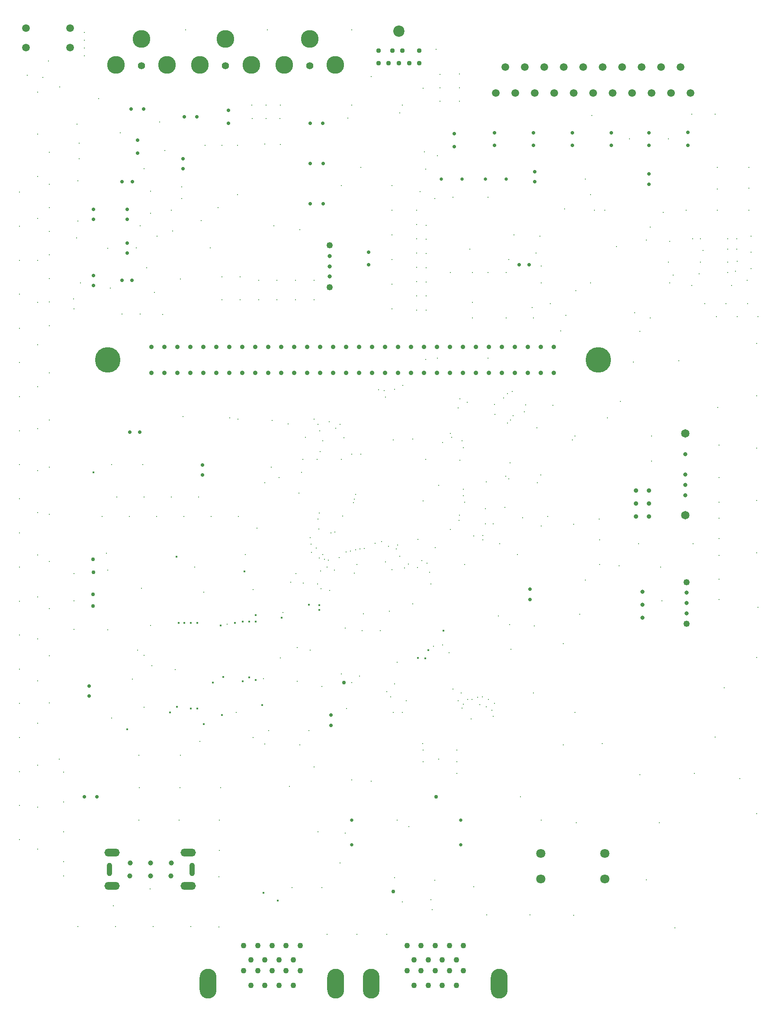
<source format=gbr>
%FSTAX44Y44*%
%MOMM*%
%SFA1B1*%

%IPPOS*%
%ADD142C,4.999990*%
%ADD143C,0.899998*%
%ADD144O,3.301993X5.841988*%
%ADD145C,1.089998*%
%ADD146O,3.259993X5.841988*%
%ADD147C,1.499997*%
%ADD148C,0.899998*%
%ADD149C,3.478493*%
%ADD150C,1.399997*%
%ADD151C,0.999998*%
%ADD152O,0.999998X2.616195*%
%ADD153C,0.949998*%
%ADD154C,2.199996*%
%ADD155C,1.799996*%
%ADD156C,1.649997*%
%ADD157C,0.799998*%
%ADD158C,1.249998*%
%ADD159C,0.699999*%
%ADD160C,0.629999*%
%ADD161C,0.699999*%
%ADD162C,0.634999*%
%ADD163C,0.819998*%
%ADD164O,2.999994X1.499997*%
%ADD165O,2.999994X1.499997*%
%ADD166O,2.999994X1.499997*%
%ADD167O,2.999994X1.499997*%
%ADD168C,0.304799*%
%ADD169C,0.299999*%
%ADD170C,0.399999*%
%ADD171C,0.761998*%
%LNsega_801_remake_pth_drill-1*%
%LPD*%
G54D142*
X00409439Y01274373D03*
X01369739D03*
G54D143*
X0144272Y0101854D03*
X0146812D03*
X0144272Y0099314D03*
X0146812D03*
X0144272Y0096774D03*
X0146812D03*
G54D144*
X01175239Y0005334D03*
X00605779D03*
X00855679D03*
G54D145*
X00994889Y00078719D03*
X01008739Y00050319D03*
X01022589Y00078719D03*
X01036439Y00050319D03*
X0105029Y00078719D03*
X01064139Y00050319D03*
X01077989Y00078719D03*
X01091839Y00050319D03*
X01105689Y00078719D03*
Y00128249D03*
X01091839Y00099849D03*
X01077989Y00128249D03*
X01064139Y00099849D03*
X0105029Y00128249D03*
X01036439Y00099849D03*
X01022589Y00128249D03*
X01008739Y00099849D03*
X00994889Y00128249D03*
X00675329D03*
X00689179Y00099849D03*
X00703029Y00128249D03*
X00716879Y00099849D03*
X00730729Y00128249D03*
X00744579Y00099849D03*
X00758429Y00128249D03*
X00772279Y00099849D03*
X0078613Y00128249D03*
X00675329Y00078719D03*
X00689179Y00050319D03*
X00703029Y00078719D03*
X00716879Y00050319D03*
X00730729Y00078719D03*
X00744579Y00050319D03*
X00758429Y00078719D03*
X00772279Y00050319D03*
X0078613Y00078719D03*
G54D146*
X00925339Y0005334D03*
G54D147*
X015494Y01796999D03*
X0153035Y01847799D03*
X015113Y01796999D03*
X0149225Y01847799D03*
X014732Y01796999D03*
X0145415Y01847799D03*
X014351Y01796999D03*
X0141605Y01847799D03*
X01397Y01796999D03*
X0137795Y01847799D03*
X013589Y01796999D03*
X0133985Y01847799D03*
X013208Y01796999D03*
X0130175Y01847799D03*
X012827Y01796999D03*
X0126365Y01847799D03*
X012446Y01796999D03*
X0122555Y01847799D03*
X012065Y01796999D03*
X0118745Y01847799D03*
X011684Y01796999D03*
X00335299Y01885659D03*
X00248899D03*
X00335299Y01923659D03*
X00248899D03*
G54D148*
X00494899Y01248973D03*
X00520299D03*
X00545699D03*
X00571099D03*
X00596499D03*
X00621899D03*
X00647299D03*
X00672699D03*
X00698099D03*
X00723499D03*
X00748899D03*
X00774299D03*
X00799699D03*
X00825099D03*
X00850499D03*
X00875899D03*
X00901299D03*
X00926699D03*
X00952099D03*
X00977499D03*
X01002899D03*
X01028299D03*
X01053699D03*
X01079099D03*
X01104499D03*
X01129899D03*
X01155299D03*
X01180699D03*
X01206099D03*
X01231499D03*
X01256899D03*
X01282299D03*
Y01299773D03*
X01256899D03*
X01231499D03*
X01206099D03*
X01180699D03*
X01155299D03*
X01129899D03*
X01104499D03*
X01079099D03*
X01053699D03*
X01028299D03*
X01002899D03*
X00977499D03*
X00952099D03*
X00926699D03*
X00901299D03*
X00875899D03*
X00850499D03*
X00825099D03*
X00799699D03*
X00774299D03*
X00748899D03*
X00723499D03*
X00698099D03*
X00672699D03*
X00647299D03*
X00621899D03*
X00596499D03*
X00571099D03*
X00545699D03*
X00520299D03*
X00494899D03*
G54D149*
X00589999Y01851999D03*
X00639999Y01902999D03*
X00689999Y01851999D03*
X00854999D03*
X00804999Y01902999D03*
X00754999Y01851999D03*
X00424999D03*
X00474999Y01902999D03*
X00524999Y01851999D03*
G54D150*
X00639999Y01849999D03*
X00804999D03*
X00474999D03*
G54D151*
X00492822Y0026392D03*
X00532997D03*
X00452811D03*
X00493384Y0028956D03*
X00533559D03*
X00453373D03*
G54D152*
X00412909Y0027686D03*
X00574199D03*
G54D153*
X01019169Y01855169D03*
X00959169D03*
X00999169D03*
X00939169Y01880169D03*
X01019169D03*
X00986169D03*
X00966169D03*
X0097917Y01855169D03*
X00939169D03*
G54D154*
X0097917Y01918169D03*
G54D155*
X0138176Y00258609D03*
X01256759D03*
X0138176Y0030861D03*
X01256759D03*
G54D156*
X0153924Y01130659D03*
Y00970659D03*
G54D157*
X0153924Y0108966D03*
Y01049659D03*
Y01029659D03*
Y01009659D03*
X0084328Y01437599D03*
Y01457599D03*
Y01477599D03*
X0154178Y00778519D03*
Y00798519D03*
Y00818519D03*
G54D158*
X0084328Y01416599D03*
Y014986D03*
X0154178Y00757519D03*
Y00839519D03*
G54D159*
X0139446Y01719179D03*
Y0169418D03*
X0084582Y00578959D03*
Y00558959D03*
X0108712Y01692039D03*
Y0171704D03*
X0124206Y01719179D03*
Y0169418D03*
X0044704Y015494D03*
Y01569399D03*
Y01503359D03*
Y0148336D03*
X00381Y0141986D03*
Y01439859D03*
X0064516Y01762559D03*
Y01737559D03*
X00381Y015494D03*
Y01569399D03*
X0116586Y01719179D03*
Y0169418D03*
X0046736Y0170434D03*
Y01679339D03*
X0131826Y01719179D03*
Y0169418D03*
X0146812Y01719179D03*
Y0169418D03*
X0091948Y014605D03*
Y01485499D03*
X0154432Y01719379D03*
Y01694379D03*
X0059436Y0104902D03*
Y01069019D03*
X01235809Y00805339D03*
Y00825339D03*
X00372849Y00636346D03*
Y00616346D03*
X0055626Y01668459D03*
Y0164846D03*
X0146812Y016383D03*
Y01618299D03*
X012446Y0162306D03*
Y01643059D03*
G54D160*
X0109982Y0032512D03*
Y00373919D03*
X0088646D03*
Y0032512D03*
G54D161*
X01234279Y014605D03*
X01214279D03*
X00454859Y017653D03*
X00479859D03*
X00830179Y0173736D03*
X0080518D03*
X0083058Y0157988D03*
X00805579D03*
X0043688Y0143002D03*
X00456879D03*
X00558999Y0175006D03*
X00583999D03*
X00437199Y0162306D03*
X004572D03*
X0083058Y0165862D03*
X00805579D03*
X00388419Y004191D03*
X00363419D03*
X0045212Y0113284D03*
X00472119D03*
G54D162*
X0118872Y0162814D03*
X01148719D03*
X01062359D03*
X0110236D03*
G54D163*
X0145542Y0082042D03*
Y0079502D03*
Y0076962D03*
G54D164*
X00417999Y00244999D03*
G54D165*
X00417999Y00309999D03*
G54D166*
X00566999Y00309999D03*
G54D167*
X00566999Y00244999D03*
G54D168*
X0088646Y0045212D03*
X00349062Y01735545D03*
X0029464Y01681099D03*
Y00603048D03*
Y00695357D03*
Y00787666D03*
Y00879974D03*
Y00972283D03*
Y01064592D03*
Y011569D03*
Y01249209D03*
Y01341518D03*
Y01387672D03*
Y01433827D03*
Y01479981D03*
Y01526135D03*
Y01572289D03*
Y01618444D03*
X0027178Y00728193D03*
Y00563558D03*
X00492689Y00238689D03*
X0042037Y0020574D03*
X0032258Y0026416D03*
X0027178Y00316605D03*
Y00398923D03*
Y0048124D03*
Y00645875D03*
Y0081051D03*
Y00892827D03*
Y00975145D03*
Y01057462D03*
Y0113978D03*
Y01222097D03*
Y01304414D03*
Y01386732D03*
Y01469049D03*
Y01551367D03*
Y01633684D03*
Y01716001D03*
Y0179832D03*
X00282718Y01827038D03*
X00293657Y0185928D03*
X01020635Y01603777D03*
X01450807Y01329964D03*
X01412707Y01192804D03*
X01280627Y01185184D03*
X00589747Y00527324D03*
X00693887Y00534944D03*
X00716747Y00522244D03*
X00866607Y00659404D03*
X01006307Y00796564D03*
X00678647Y00893084D03*
X00457667Y00649244D03*
X00417027Y00573044D03*
X00409407Y00862604D03*
X00406867Y00895624D03*
X00409407Y00745764D03*
X00475447Y00827044D03*
X00597367Y00819424D03*
X00693887Y00824504D03*
X01257767Y00948964D03*
X00500847Y01406164D03*
X00493227Y01561104D03*
Y01604284D03*
X00485607Y01454424D03*
X00409407Y01492524D03*
X003556Y0142494D03*
X00348447Y01512844D03*
X00350987Y01545864D03*
Y01624604D03*
X00353527Y01667784D03*
Y01698264D03*
X0123966Y0137682D03*
X00626949Y00164274D03*
Y00262344D03*
X0102604Y00523478D03*
X00627592Y00313996D03*
X01125432Y00242876D03*
X01041612Y00217476D03*
X00970492Y00260656D03*
X01049232Y00255576D03*
X00668528Y01437005D03*
X0063246D03*
X0138176Y0156718D03*
X0155194Y0141986D03*
X01668272Y01453276D03*
Y01485026D03*
Y01516776D03*
X01660652Y01430416D03*
X01630172Y01420256D03*
X01515872Y01440576D03*
X01566672Y01443116D03*
X01637792Y01448196D03*
X01622552Y01445656D03*
X01641112Y01467686D03*
X01622552Y01465976D03*
Y01491376D03*
X01640332D03*
Y01511696D03*
X01622552D03*
X01553972D03*
X01569212D03*
X01574292Y01488836D03*
X01569212Y01465976D03*
X00433737Y01718938D03*
X0149352Y0080264D03*
X014097Y0087122D03*
X0149098Y0086868D03*
X014478Y009144D03*
X0155448D03*
X01473643Y01076644D03*
X014732Y0112522D03*
X008128Y0047752D03*
X0092456Y0044958D03*
X00764919Y00439863D03*
X0087376Y0034798D03*
X0082042Y0035052D03*
X008636Y0028956D03*
X0082804Y002413D03*
X0076962D03*
X0062738Y0037338D03*
X0062992Y0043688D03*
X0054864Y0037338D03*
X00550519Y0043688D03*
X0055118Y0050038D03*
X004699Y0037338D03*
X00471119Y0043688D03*
X004699Y0050038D03*
X010922Y0051054D03*
Y0048768D03*
Y0046482D03*
X0102616Y0051054D03*
X0105664Y0049276D03*
X0102616Y0048768D03*
X0112014Y005715D03*
X0108458Y0062992D03*
X0099314Y0060706D03*
X0107696Y0070104D03*
X008255Y0086106D03*
X0096012Y0078232D03*
X0090678Y0074422D03*
X009652Y0161544D03*
Y0156718D03*
Y0151892D03*
Y0147066D03*
Y014224D03*
Y0137414D03*
X016002Y013589D03*
X0164084D03*
X0168148D03*
X0166116Y013843D03*
X0161925D03*
X0157734D03*
X0147066Y0135636D03*
X0144018Y0136652D03*
X01541483Y0156718D03*
X016637D03*
Y0161036D03*
Y01651D03*
X01602591Y0156718D03*
Y0160909D03*
Y01651D03*
X0155194Y0175514D03*
X0159766D03*
X0120396Y0151892D03*
X0125476Y0151638D03*
X0150622Y0170688D03*
X0143002D03*
X0134366Y0162814D03*
X0135382Y0159766D03*
X0136144Y0156718D03*
X0135382Y0142494D03*
X01325643Y01409651D03*
X0130556Y0136144D03*
X0127508Y013843D03*
X012573Y0142494D03*
Y0145796D03*
X011938Y0147066D03*
X0124206Y0135636D03*
X0118872D03*
X0112268D03*
Y0138684D03*
X0118872Y0144526D03*
X0115316D03*
X0112268D03*
X011176Y0149098D03*
X010795Y0144526D03*
X01032366Y013716D03*
Y01399318D03*
Y01427036D03*
Y01454754D03*
Y01482473D03*
Y01510191D03*
Y0153791D03*
X0101346Y013716D03*
Y0139954D03*
Y0142748D03*
Y0145542D03*
Y0148336D03*
Y015113D03*
Y0153924D03*
Y0156718D03*
X01031551Y01647691D03*
X010541Y0167386D03*
X010287Y0168148D03*
X0105918Y01806991D03*
X0102616Y0180594D03*
X0109728Y0180721D03*
Y0178054D03*
Y0183388D03*
X0105918Y01833443D03*
X0105156Y0188214D03*
X0092456Y018288D03*
X0088646Y0177292D03*
X0098552D03*
X0105918Y0178054D03*
X0098044Y0175768D03*
X0090424Y01651D03*
X0086614Y0161544D03*
X0078486Y0152908D03*
X0047244Y0136398D03*
X00516782Y01363533D03*
X0043688Y0136398D03*
X0041402Y0141478D03*
X008128Y0139192D03*
X00776732D03*
X00740664D03*
X00704596D03*
X00668528D03*
X0063246D03*
X008128Y0143002D03*
X00704596D03*
X00776732D03*
X00740664D03*
X0088646Y0192024D03*
X0072136D03*
X0056134D03*
X0069088Y0177292D03*
X0071882D03*
X0074676D03*
X00746216Y01746544D03*
X00719035D03*
X00691854D03*
X0066294Y0169418D03*
X00746979Y01695806D03*
X0071628Y0169672D03*
X0063246Y0169418D03*
X0059944D03*
X0059182Y0154686D03*
X0062484Y0157226D03*
X005334Y0156718D03*
X0050546Y0151638D03*
X0046482Y0149352D03*
X0047244Y015367D03*
X0048006Y0164846D03*
X0051054Y017399D03*
X005207Y0168402D03*
X0135636Y017526D03*
X0046736Y0070612D03*
X0048006Y0069596D03*
X006604Y005842D03*
X0071374Y0065024D03*
X0025146Y0183134D03*
X0031496Y0180848D03*
X0036322Y0188468D03*
Y0189992D03*
Y0191516D03*
Y0186944D03*
X0039116Y0178562D03*
G54D169*
X00314659Y00493059D03*
X00293657Y0185928D03*
X0098552Y005842D03*
X0096774D03*
X0096266Y0061468D03*
X0070104Y0094488D03*
X0055118Y01432921D03*
X01211441Y00893346D03*
X01333361Y00776506D03*
X01244461Y00753646D03*
X01198741Y00707926D03*
X01196201Y00756186D03*
X00976072Y0068222D03*
X0097028Y0064008D03*
X0058674Y0100584D03*
X005334D03*
X0048006D03*
X0042672D03*
X00398493Y00967944D03*
X00451833D03*
X00505173D03*
X00558513D03*
X00611853D03*
X00665193D03*
X009017Y0065532D03*
X0088646Y0064262D03*
X00998419Y0036068D03*
X0124714Y0148336D03*
X0087884Y0174752D03*
X0034245Y0139401D03*
X0097536Y0037338D03*
X0082804Y00635D03*
X013716Y0092202D03*
Y0087376D03*
X0146304Y0150876D03*
X0150876Y0142494D03*
X0150622Y0146558D03*
X0150876Y0150622D03*
X0147066Y0153416D03*
X0149606Y01562735D03*
X0104648Y0071374D03*
X0106426Y0071628D03*
X0140462Y0149606D03*
X0104902Y0159004D03*
X0115316Y0159258D03*
X0108458D03*
X0130302Y0156972D03*
X0066294Y0159766D03*
X0055372Y016129D03*
X0073406Y015367D03*
X0053594Y0152654D03*
X006096Y0149352D03*
X0055372Y0159004D03*
X003429Y0137414D03*
X01257259Y01049326D03*
X01197689Y01156666D03*
X01248815Y01141323D03*
X0127Y0096774D03*
X0160528Y0080518D03*
X010414Y0083566D03*
X0085299Y0086273D03*
X0090932Y0077724D03*
X0077978Y007112D03*
X0023622Y0033528D03*
Y00401995D03*
Y00468712D03*
Y00535428D03*
Y00602144D03*
Y0066886D03*
Y00735576D03*
Y00802293D03*
Y00869009D03*
Y00935725D03*
Y01002441D03*
Y01069158D03*
Y01135874D03*
Y0120259D03*
Y01269306D03*
Y01336023D03*
Y01402739D03*
Y01469455D03*
Y01536171D03*
Y01602888D03*
X0055626Y0116332D03*
X0047752Y0106934D03*
X0041656D03*
X0057912Y0086868D03*
X003429Y0074676D03*
Y0080264D03*
Y0085598D03*
X005715Y001651D03*
X0049784D03*
X0042418D03*
X0035052D03*
X0032258Y002921D03*
Y0035052D03*
Y0040894D03*
Y0046736D03*
X0130048Y0071882D03*
X0095504Y0014986D03*
X0089662D03*
X008382D03*
X01235459Y0018796D03*
X0115062D03*
X0159766Y00536439D03*
X0137668Y0052324D03*
X0167894Y0038608D03*
X0148844Y003683D03*
X0132588D03*
X0164592Y0045466D03*
X0155702Y0046482D03*
X0145034Y0046228D03*
X0132334Y005842D03*
X0167894Y00691726D03*
X0168148Y0078994D03*
X0167894Y0089662D03*
Y00999066D03*
Y01101512D03*
Y0120396D03*
Y01306406D03*
X0160528Y00844972D03*
Y0089154D03*
Y0092456D03*
Y00964352D03*
X0160274Y011811D03*
X0160528Y0110744D03*
Y0104394D03*
Y0099568D03*
X01098608Y0107823D03*
X011049Y0102108D03*
X0115031Y01035598D03*
X01188074Y0104648D03*
X0119634Y01073189D03*
X01202729Y01165209D03*
X0090424Y0108966D03*
X0102616Y0099822D03*
X0105664Y010287D03*
X0118618Y0098552D03*
X0115316Y0127762D03*
X010541D03*
X0103124Y0127508D03*
X0143764Y0127D03*
X0152654Y0127254D03*
X0110744Y0087376D03*
X0134366Y0084328D03*
X0117602Y009144D03*
X013208Y009525D03*
X0138684Y0116078D03*
X0161544Y0063246D03*
X0130048Y005207D03*
X0151892Y0016256D03*
X0146304Y0025654D03*
X013208Y00187459D03*
X0124206Y006223D03*
X0078486Y005207D03*
X0080264Y0054864D03*
X008763Y0059182D03*
X0087376Y007493D03*
X0077978Y0064516D03*
X0074676Y0069088D03*
X0054102Y0066802D03*
X0049276Y0075438D03*
X0064262Y0075692D03*
X0075184Y0077978D03*
X0114808Y0098298D03*
X0109728Y0097028D03*
X01096583Y00960659D03*
X0114808Y00953153D03*
X00664525Y01158322D03*
X006477Y0116078D03*
X0098552Y0021336D03*
X0116586Y0060198D03*
X01224839Y01172719D03*
X0122682Y0118618D03*
X01200583Y01212662D03*
X01166749Y01167509D03*
X0106426Y0111252D03*
X010795Y011303D03*
X0108204Y0112268D03*
X0095504Y0062484D03*
X0076708Y00839509D03*
X00826806Y00826806D03*
X0082042Y0096266D03*
X00846001Y00935773D03*
X0085344Y0093726D03*
X00932561Y00915668D03*
X00910995Y00905126D03*
X00902935Y0090425D03*
X00884547Y0090023D03*
X00894258Y00902757D03*
X00875517Y00898385D03*
X00868897Y00968825D03*
X00892158Y01001932D03*
X00890453Y00994587D03*
X00822341Y00942957D03*
X00894341Y01011178D03*
X00945236Y00918407D03*
X009525Y0087884D03*
X009652Y008636D03*
X0102362Y0088138D03*
X00981169Y00890229D03*
X00731279Y011557D03*
X0094234Y0074422D03*
X007239Y0054864D03*
X0080518Y0070612D03*
X0121666Y004191D03*
X012573Y0037338D03*
X0117348Y00773029D03*
X0048006Y0059436D03*
X004953Y0067564D03*
X00791643Y00837363D03*
X00777521Y00856543D03*
X0084328Y0082296D03*
X01371165Y00963093D03*
X012954Y0133096D03*
X0131826Y011176D03*
X0132334Y0112522D03*
X00762Y01149389D03*
X008128Y0115824D03*
X00824109Y01135424D03*
X0082042Y01148012D03*
X008636Y0114808D03*
X0096774Y011176D03*
X0111252Y0119126D03*
X01098431Y01198359D03*
X0072898Y0106426D03*
X00796249Y01122478D03*
X00791169Y010795D03*
X00825339Y0109474D03*
X00855522Y01140916D03*
X00871871Y01122027D03*
X0086614Y010795D03*
X0088646Y0108966D03*
X00843199Y01153624D03*
X00830139Y01115855D03*
X0078328Y0101346D03*
X0074422Y0104394D03*
X0071628Y0103378D03*
X0078836Y010541D03*
X00819029Y01079599D03*
X00986749Y01224199D03*
X0097028Y0121666D03*
X009525Y0120142D03*
X0094996Y0121412D03*
X00939147Y01216007D03*
X0089662Y0087376D03*
X01191836Y0120838D03*
X01184257Y01200141D03*
X01194051Y01041147D03*
X0110236Y01116369D03*
X0119126Y0115062D03*
X0112522Y00929966D03*
X0116332Y00953153D03*
X01143Y00930373D03*
Y0092202D03*
X01221213Y00965772D03*
X0124968Y0103378D03*
X010795Y0094234D03*
X0110744Y0099568D03*
X011049Y0100838D03*
X0103124Y010795D03*
X011049Y0110236D03*
X01103047Y0059294D03*
X01104996Y00600223D03*
X01101049Y006223D03*
X0109474Y0060706D03*
X01137045Y00599801D03*
X01149985Y00594988D03*
X01122245Y00610033D03*
X01113749Y00609666D03*
X0104394Y0019812D03*
X01161397Y00588661D03*
X01163353Y00576546D03*
X01142288Y00614958D03*
X01154469Y00610033D03*
X01133457Y00614061D03*
X00805344Y00926421D03*
X00841542Y00882182D03*
X00829927Y00893427D03*
X00817227Y00906127D03*
X00807054Y00913801D03*
X008382Y0086868D03*
X0080772Y00897849D03*
X0083312Y0088392D03*
X0082296Y0088646D03*
X00862327Y00887731D03*
X00820243Y00835483D03*
X0082376Y00974487D03*
X0103378Y008763D03*
X01015314Y00867994D03*
X01050249Y0090678D03*
X01039079Y00858299D03*
X01006277Y01119701D03*
X0109474Y01180659D03*
X0089154Y00857209D03*
X00989947Y00866791D03*
X00997567Y00874411D03*
X01016312Y00922839D03*
X0116586Y01187489D03*
X00976669Y0091186D03*
X00958889Y0090932D03*
X00974049Y0090424D03*
G54D170*
X01016Y0069088D03*
X0044704Y0055118D03*
X006858Y00652573D03*
X00635404Y00653589D03*
X00714549Y0023114D03*
X0074168Y002159D03*
X0082296Y00794599D03*
X00802803Y00794777D03*
X007112Y00598805D03*
X0053086Y005842D03*
X00545193Y00595073D03*
X005715Y00759761D03*
X00658342Y00759941D03*
X00547939Y00759761D03*
X005842D03*
X005588D03*
X0061468Y0064262D03*
X0062992Y0075438D03*
X01066565Y0074422D03*
X00673715Y0064516D03*
X0103632Y0070612D03*
X00677174Y00860054D03*
X0063246Y0057912D03*
X005842Y0059182D03*
X005715D03*
X005969Y0056134D03*
X00381Y010541D03*
X0054356Y00889D03*
X006985Y006477D03*
X006731Y00762D03*
X006858D03*
X007493Y0076962D03*
X0082296Y0078486D03*
X006985Y00762D03*
Y007747D03*
X01030946Y00690342D03*
G54D171*
X00380624Y00815453D03*
Y00884033D03*
Y00792593D03*
X0105156Y004191D03*
X0096774Y0023368D03*
X00381Y0085852D03*
X0087122Y0064262D03*
M02*
</source>
